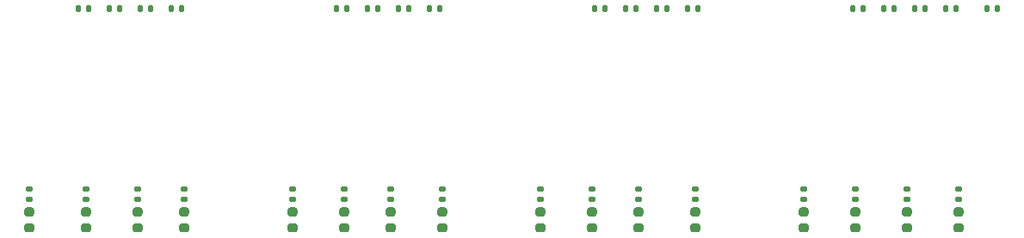
<source format=gbr>
G04 #@! TF.GenerationSoftware,KiCad,Pcbnew,(5.1.10)-1*
G04 #@! TF.CreationDate,2021-09-15T13:26:17-07:00*
G04 #@! TF.ProjectId,Adapter,41646170-7465-4722-9e6b-696361645f70,rev?*
G04 #@! TF.SameCoordinates,Original*
G04 #@! TF.FileFunction,Paste,Top*
G04 #@! TF.FilePolarity,Positive*
%FSLAX46Y46*%
G04 Gerber Fmt 4.6, Leading zero omitted, Abs format (unit mm)*
G04 Created by KiCad (PCBNEW (5.1.10)-1) date 2021-09-15 13:26:17*
%MOMM*%
%LPD*%
G01*
G04 APERTURE LIST*
G04 APERTURE END LIST*
G36*
G01*
X61978250Y-88601000D02*
X61465750Y-88601000D01*
G75*
G02*
X61247000Y-88382250I0J218750D01*
G01*
X61247000Y-87944750D01*
G75*
G02*
X61465750Y-87726000I218750J0D01*
G01*
X61978250Y-87726000D01*
G75*
G02*
X62197000Y-87944750I0J-218750D01*
G01*
X62197000Y-88382250D01*
G75*
G02*
X61978250Y-88601000I-218750J0D01*
G01*
G37*
G36*
G01*
X61978250Y-87026000D02*
X61465750Y-87026000D01*
G75*
G02*
X61247000Y-86807250I0J218750D01*
G01*
X61247000Y-86369750D01*
G75*
G02*
X61465750Y-86151000I218750J0D01*
G01*
X61978250Y-86151000D01*
G75*
G02*
X62197000Y-86369750I0J-218750D01*
G01*
X62197000Y-86807250D01*
G75*
G02*
X61978250Y-87026000I-218750J0D01*
G01*
G37*
G36*
G01*
X87886250Y-88601000D02*
X87373750Y-88601000D01*
G75*
G02*
X87155000Y-88382250I0J218750D01*
G01*
X87155000Y-87944750D01*
G75*
G02*
X87373750Y-87726000I218750J0D01*
G01*
X87886250Y-87726000D01*
G75*
G02*
X88105000Y-87944750I0J-218750D01*
G01*
X88105000Y-88382250D01*
G75*
G02*
X87886250Y-88601000I-218750J0D01*
G01*
G37*
G36*
G01*
X87886250Y-87026000D02*
X87373750Y-87026000D01*
G75*
G02*
X87155000Y-86807250I0J218750D01*
G01*
X87155000Y-86369750D01*
G75*
G02*
X87373750Y-86151000I218750J0D01*
G01*
X87886250Y-86151000D01*
G75*
G02*
X88105000Y-86369750I0J-218750D01*
G01*
X88105000Y-86807250D01*
G75*
G02*
X87886250Y-87026000I-218750J0D01*
G01*
G37*
G36*
G01*
X112270250Y-87026000D02*
X111757750Y-87026000D01*
G75*
G02*
X111539000Y-86807250I0J218750D01*
G01*
X111539000Y-86369750D01*
G75*
G02*
X111757750Y-86151000I218750J0D01*
G01*
X112270250Y-86151000D01*
G75*
G02*
X112489000Y-86369750I0J-218750D01*
G01*
X112489000Y-86807250D01*
G75*
G02*
X112270250Y-87026000I-218750J0D01*
G01*
G37*
G36*
G01*
X112270250Y-88601000D02*
X111757750Y-88601000D01*
G75*
G02*
X111539000Y-88382250I0J218750D01*
G01*
X111539000Y-87944750D01*
G75*
G02*
X111757750Y-87726000I218750J0D01*
G01*
X112270250Y-87726000D01*
G75*
G02*
X112489000Y-87944750I0J-218750D01*
G01*
X112489000Y-88382250D01*
G75*
G02*
X112270250Y-88601000I-218750J0D01*
G01*
G37*
G36*
G01*
X138178250Y-87026000D02*
X137665750Y-87026000D01*
G75*
G02*
X137447000Y-86807250I0J218750D01*
G01*
X137447000Y-86369750D01*
G75*
G02*
X137665750Y-86151000I218750J0D01*
G01*
X138178250Y-86151000D01*
G75*
G02*
X138397000Y-86369750I0J-218750D01*
G01*
X138397000Y-86807250D01*
G75*
G02*
X138178250Y-87026000I-218750J0D01*
G01*
G37*
G36*
G01*
X138178250Y-88601000D02*
X137665750Y-88601000D01*
G75*
G02*
X137447000Y-88382250I0J218750D01*
G01*
X137447000Y-87944750D01*
G75*
G02*
X137665750Y-87726000I218750J0D01*
G01*
X138178250Y-87726000D01*
G75*
G02*
X138397000Y-87944750I0J-218750D01*
G01*
X138397000Y-88382250D01*
G75*
G02*
X138178250Y-88601000I-218750J0D01*
G01*
G37*
G36*
G01*
X67566250Y-88601000D02*
X67053750Y-88601000D01*
G75*
G02*
X66835000Y-88382250I0J218750D01*
G01*
X66835000Y-87944750D01*
G75*
G02*
X67053750Y-87726000I218750J0D01*
G01*
X67566250Y-87726000D01*
G75*
G02*
X67785000Y-87944750I0J-218750D01*
G01*
X67785000Y-88382250D01*
G75*
G02*
X67566250Y-88601000I-218750J0D01*
G01*
G37*
G36*
G01*
X67566250Y-87026000D02*
X67053750Y-87026000D01*
G75*
G02*
X66835000Y-86807250I0J218750D01*
G01*
X66835000Y-86369750D01*
G75*
G02*
X67053750Y-86151000I218750J0D01*
G01*
X67566250Y-86151000D01*
G75*
G02*
X67785000Y-86369750I0J-218750D01*
G01*
X67785000Y-86807250D01*
G75*
G02*
X67566250Y-87026000I-218750J0D01*
G01*
G37*
G36*
G01*
X92966250Y-88601000D02*
X92453750Y-88601000D01*
G75*
G02*
X92235000Y-88382250I0J218750D01*
G01*
X92235000Y-87944750D01*
G75*
G02*
X92453750Y-87726000I218750J0D01*
G01*
X92966250Y-87726000D01*
G75*
G02*
X93185000Y-87944750I0J-218750D01*
G01*
X93185000Y-88382250D01*
G75*
G02*
X92966250Y-88601000I-218750J0D01*
G01*
G37*
G36*
G01*
X92966250Y-87026000D02*
X92453750Y-87026000D01*
G75*
G02*
X92235000Y-86807250I0J218750D01*
G01*
X92235000Y-86369750D01*
G75*
G02*
X92453750Y-86151000I218750J0D01*
G01*
X92966250Y-86151000D01*
G75*
G02*
X93185000Y-86369750I0J-218750D01*
G01*
X93185000Y-86807250D01*
G75*
G02*
X92966250Y-87026000I-218750J0D01*
G01*
G37*
G36*
G01*
X117350250Y-88601000D02*
X116837750Y-88601000D01*
G75*
G02*
X116619000Y-88382250I0J218750D01*
G01*
X116619000Y-87944750D01*
G75*
G02*
X116837750Y-87726000I218750J0D01*
G01*
X117350250Y-87726000D01*
G75*
G02*
X117569000Y-87944750I0J-218750D01*
G01*
X117569000Y-88382250D01*
G75*
G02*
X117350250Y-88601000I-218750J0D01*
G01*
G37*
G36*
G01*
X117350250Y-87026000D02*
X116837750Y-87026000D01*
G75*
G02*
X116619000Y-86807250I0J218750D01*
G01*
X116619000Y-86369750D01*
G75*
G02*
X116837750Y-86151000I218750J0D01*
G01*
X117350250Y-86151000D01*
G75*
G02*
X117569000Y-86369750I0J-218750D01*
G01*
X117569000Y-86807250D01*
G75*
G02*
X117350250Y-87026000I-218750J0D01*
G01*
G37*
G36*
G01*
X143258250Y-88601000D02*
X142745750Y-88601000D01*
G75*
G02*
X142527000Y-88382250I0J218750D01*
G01*
X142527000Y-87944750D01*
G75*
G02*
X142745750Y-87726000I218750J0D01*
G01*
X143258250Y-87726000D01*
G75*
G02*
X143477000Y-87944750I0J-218750D01*
G01*
X143477000Y-88382250D01*
G75*
G02*
X143258250Y-88601000I-218750J0D01*
G01*
G37*
G36*
G01*
X143258250Y-87026000D02*
X142745750Y-87026000D01*
G75*
G02*
X142527000Y-86807250I0J218750D01*
G01*
X142527000Y-86369750D01*
G75*
G02*
X142745750Y-86151000I218750J0D01*
G01*
X143258250Y-86151000D01*
G75*
G02*
X143477000Y-86369750I0J-218750D01*
G01*
X143477000Y-86807250D01*
G75*
G02*
X143258250Y-87026000I-218750J0D01*
G01*
G37*
G36*
G01*
X72646250Y-87026000D02*
X72133750Y-87026000D01*
G75*
G02*
X71915000Y-86807250I0J218750D01*
G01*
X71915000Y-86369750D01*
G75*
G02*
X72133750Y-86151000I218750J0D01*
G01*
X72646250Y-86151000D01*
G75*
G02*
X72865000Y-86369750I0J-218750D01*
G01*
X72865000Y-86807250D01*
G75*
G02*
X72646250Y-87026000I-218750J0D01*
G01*
G37*
G36*
G01*
X72646250Y-88601000D02*
X72133750Y-88601000D01*
G75*
G02*
X71915000Y-88382250I0J218750D01*
G01*
X71915000Y-87944750D01*
G75*
G02*
X72133750Y-87726000I218750J0D01*
G01*
X72646250Y-87726000D01*
G75*
G02*
X72865000Y-87944750I0J-218750D01*
G01*
X72865000Y-88382250D01*
G75*
G02*
X72646250Y-88601000I-218750J0D01*
G01*
G37*
G36*
G01*
X97538250Y-87026000D02*
X97025750Y-87026000D01*
G75*
G02*
X96807000Y-86807250I0J218750D01*
G01*
X96807000Y-86369750D01*
G75*
G02*
X97025750Y-86151000I218750J0D01*
G01*
X97538250Y-86151000D01*
G75*
G02*
X97757000Y-86369750I0J-218750D01*
G01*
X97757000Y-86807250D01*
G75*
G02*
X97538250Y-87026000I-218750J0D01*
G01*
G37*
G36*
G01*
X97538250Y-88601000D02*
X97025750Y-88601000D01*
G75*
G02*
X96807000Y-88382250I0J218750D01*
G01*
X96807000Y-87944750D01*
G75*
G02*
X97025750Y-87726000I218750J0D01*
G01*
X97538250Y-87726000D01*
G75*
G02*
X97757000Y-87944750I0J-218750D01*
G01*
X97757000Y-88382250D01*
G75*
G02*
X97538250Y-88601000I-218750J0D01*
G01*
G37*
G36*
G01*
X121922250Y-88601000D02*
X121409750Y-88601000D01*
G75*
G02*
X121191000Y-88382250I0J218750D01*
G01*
X121191000Y-87944750D01*
G75*
G02*
X121409750Y-87726000I218750J0D01*
G01*
X121922250Y-87726000D01*
G75*
G02*
X122141000Y-87944750I0J-218750D01*
G01*
X122141000Y-88382250D01*
G75*
G02*
X121922250Y-88601000I-218750J0D01*
G01*
G37*
G36*
G01*
X121922250Y-87026000D02*
X121409750Y-87026000D01*
G75*
G02*
X121191000Y-86807250I0J218750D01*
G01*
X121191000Y-86369750D01*
G75*
G02*
X121409750Y-86151000I218750J0D01*
G01*
X121922250Y-86151000D01*
G75*
G02*
X122141000Y-86369750I0J-218750D01*
G01*
X122141000Y-86807250D01*
G75*
G02*
X121922250Y-87026000I-218750J0D01*
G01*
G37*
G36*
G01*
X148338250Y-87026000D02*
X147825750Y-87026000D01*
G75*
G02*
X147607000Y-86807250I0J218750D01*
G01*
X147607000Y-86369750D01*
G75*
G02*
X147825750Y-86151000I218750J0D01*
G01*
X148338250Y-86151000D01*
G75*
G02*
X148557000Y-86369750I0J-218750D01*
G01*
X148557000Y-86807250D01*
G75*
G02*
X148338250Y-87026000I-218750J0D01*
G01*
G37*
G36*
G01*
X148338250Y-88601000D02*
X147825750Y-88601000D01*
G75*
G02*
X147607000Y-88382250I0J218750D01*
G01*
X147607000Y-87944750D01*
G75*
G02*
X147825750Y-87726000I218750J0D01*
G01*
X148338250Y-87726000D01*
G75*
G02*
X148557000Y-87944750I0J-218750D01*
G01*
X148557000Y-88382250D01*
G75*
G02*
X148338250Y-88601000I-218750J0D01*
G01*
G37*
G36*
G01*
X77218250Y-87026000D02*
X76705750Y-87026000D01*
G75*
G02*
X76487000Y-86807250I0J218750D01*
G01*
X76487000Y-86369750D01*
G75*
G02*
X76705750Y-86151000I218750J0D01*
G01*
X77218250Y-86151000D01*
G75*
G02*
X77437000Y-86369750I0J-218750D01*
G01*
X77437000Y-86807250D01*
G75*
G02*
X77218250Y-87026000I-218750J0D01*
G01*
G37*
G36*
G01*
X77218250Y-88601000D02*
X76705750Y-88601000D01*
G75*
G02*
X76487000Y-88382250I0J218750D01*
G01*
X76487000Y-87944750D01*
G75*
G02*
X76705750Y-87726000I218750J0D01*
G01*
X77218250Y-87726000D01*
G75*
G02*
X77437000Y-87944750I0J-218750D01*
G01*
X77437000Y-88382250D01*
G75*
G02*
X77218250Y-88601000I-218750J0D01*
G01*
G37*
G36*
G01*
X102618250Y-87026000D02*
X102105750Y-87026000D01*
G75*
G02*
X101887000Y-86807250I0J218750D01*
G01*
X101887000Y-86369750D01*
G75*
G02*
X102105750Y-86151000I218750J0D01*
G01*
X102618250Y-86151000D01*
G75*
G02*
X102837000Y-86369750I0J-218750D01*
G01*
X102837000Y-86807250D01*
G75*
G02*
X102618250Y-87026000I-218750J0D01*
G01*
G37*
G36*
G01*
X102618250Y-88601000D02*
X102105750Y-88601000D01*
G75*
G02*
X101887000Y-88382250I0J218750D01*
G01*
X101887000Y-87944750D01*
G75*
G02*
X102105750Y-87726000I218750J0D01*
G01*
X102618250Y-87726000D01*
G75*
G02*
X102837000Y-87944750I0J-218750D01*
G01*
X102837000Y-88382250D01*
G75*
G02*
X102618250Y-88601000I-218750J0D01*
G01*
G37*
G36*
G01*
X127510250Y-87026000D02*
X126997750Y-87026000D01*
G75*
G02*
X126779000Y-86807250I0J218750D01*
G01*
X126779000Y-86369750D01*
G75*
G02*
X126997750Y-86151000I218750J0D01*
G01*
X127510250Y-86151000D01*
G75*
G02*
X127729000Y-86369750I0J-218750D01*
G01*
X127729000Y-86807250D01*
G75*
G02*
X127510250Y-87026000I-218750J0D01*
G01*
G37*
G36*
G01*
X127510250Y-88601000D02*
X126997750Y-88601000D01*
G75*
G02*
X126779000Y-88382250I0J218750D01*
G01*
X126779000Y-87944750D01*
G75*
G02*
X126997750Y-87726000I218750J0D01*
G01*
X127510250Y-87726000D01*
G75*
G02*
X127729000Y-87944750I0J-218750D01*
G01*
X127729000Y-88382250D01*
G75*
G02*
X127510250Y-88601000I-218750J0D01*
G01*
G37*
G36*
G01*
X153418250Y-88601000D02*
X152905750Y-88601000D01*
G75*
G02*
X152687000Y-88382250I0J218750D01*
G01*
X152687000Y-87944750D01*
G75*
G02*
X152905750Y-87726000I218750J0D01*
G01*
X153418250Y-87726000D01*
G75*
G02*
X153637000Y-87944750I0J-218750D01*
G01*
X153637000Y-88382250D01*
G75*
G02*
X153418250Y-88601000I-218750J0D01*
G01*
G37*
G36*
G01*
X153418250Y-87026000D02*
X152905750Y-87026000D01*
G75*
G02*
X152687000Y-86807250I0J218750D01*
G01*
X152687000Y-86369750D01*
G75*
G02*
X152905750Y-86151000I218750J0D01*
G01*
X153418250Y-86151000D01*
G75*
G02*
X153637000Y-86369750I0J-218750D01*
G01*
X153637000Y-86807250D01*
G75*
G02*
X153418250Y-87026000I-218750J0D01*
G01*
G37*
G36*
G01*
X61907000Y-85616000D02*
X61537000Y-85616000D01*
G75*
G02*
X61402000Y-85481000I0J135000D01*
G01*
X61402000Y-85211000D01*
G75*
G02*
X61537000Y-85076000I135000J0D01*
G01*
X61907000Y-85076000D01*
G75*
G02*
X62042000Y-85211000I0J-135000D01*
G01*
X62042000Y-85481000D01*
G75*
G02*
X61907000Y-85616000I-135000J0D01*
G01*
G37*
G36*
G01*
X61907000Y-84596000D02*
X61537000Y-84596000D01*
G75*
G02*
X61402000Y-84461000I0J135000D01*
G01*
X61402000Y-84191000D01*
G75*
G02*
X61537000Y-84056000I135000J0D01*
G01*
X61907000Y-84056000D01*
G75*
G02*
X62042000Y-84191000I0J-135000D01*
G01*
X62042000Y-84461000D01*
G75*
G02*
X61907000Y-84596000I-135000J0D01*
G01*
G37*
G36*
G01*
X87815000Y-85616000D02*
X87445000Y-85616000D01*
G75*
G02*
X87310000Y-85481000I0J135000D01*
G01*
X87310000Y-85211000D01*
G75*
G02*
X87445000Y-85076000I135000J0D01*
G01*
X87815000Y-85076000D01*
G75*
G02*
X87950000Y-85211000I0J-135000D01*
G01*
X87950000Y-85481000D01*
G75*
G02*
X87815000Y-85616000I-135000J0D01*
G01*
G37*
G36*
G01*
X87815000Y-84596000D02*
X87445000Y-84596000D01*
G75*
G02*
X87310000Y-84461000I0J135000D01*
G01*
X87310000Y-84191000D01*
G75*
G02*
X87445000Y-84056000I135000J0D01*
G01*
X87815000Y-84056000D01*
G75*
G02*
X87950000Y-84191000I0J-135000D01*
G01*
X87950000Y-84461000D01*
G75*
G02*
X87815000Y-84596000I-135000J0D01*
G01*
G37*
G36*
G01*
X112199000Y-84596000D02*
X111829000Y-84596000D01*
G75*
G02*
X111694000Y-84461000I0J135000D01*
G01*
X111694000Y-84191000D01*
G75*
G02*
X111829000Y-84056000I135000J0D01*
G01*
X112199000Y-84056000D01*
G75*
G02*
X112334000Y-84191000I0J-135000D01*
G01*
X112334000Y-84461000D01*
G75*
G02*
X112199000Y-84596000I-135000J0D01*
G01*
G37*
G36*
G01*
X112199000Y-85616000D02*
X111829000Y-85616000D01*
G75*
G02*
X111694000Y-85481000I0J135000D01*
G01*
X111694000Y-85211000D01*
G75*
G02*
X111829000Y-85076000I135000J0D01*
G01*
X112199000Y-85076000D01*
G75*
G02*
X112334000Y-85211000I0J-135000D01*
G01*
X112334000Y-85481000D01*
G75*
G02*
X112199000Y-85616000I-135000J0D01*
G01*
G37*
G36*
G01*
X138107000Y-84596000D02*
X137737000Y-84596000D01*
G75*
G02*
X137602000Y-84461000I0J135000D01*
G01*
X137602000Y-84191000D01*
G75*
G02*
X137737000Y-84056000I135000J0D01*
G01*
X138107000Y-84056000D01*
G75*
G02*
X138242000Y-84191000I0J-135000D01*
G01*
X138242000Y-84461000D01*
G75*
G02*
X138107000Y-84596000I-135000J0D01*
G01*
G37*
G36*
G01*
X138107000Y-85616000D02*
X137737000Y-85616000D01*
G75*
G02*
X137602000Y-85481000I0J135000D01*
G01*
X137602000Y-85211000D01*
G75*
G02*
X137737000Y-85076000I135000J0D01*
G01*
X138107000Y-85076000D01*
G75*
G02*
X138242000Y-85211000I0J-135000D01*
G01*
X138242000Y-85481000D01*
G75*
G02*
X138107000Y-85616000I-135000J0D01*
G01*
G37*
G36*
G01*
X67495000Y-84596000D02*
X67125000Y-84596000D01*
G75*
G02*
X66990000Y-84461000I0J135000D01*
G01*
X66990000Y-84191000D01*
G75*
G02*
X67125000Y-84056000I135000J0D01*
G01*
X67495000Y-84056000D01*
G75*
G02*
X67630000Y-84191000I0J-135000D01*
G01*
X67630000Y-84461000D01*
G75*
G02*
X67495000Y-84596000I-135000J0D01*
G01*
G37*
G36*
G01*
X67495000Y-85616000D02*
X67125000Y-85616000D01*
G75*
G02*
X66990000Y-85481000I0J135000D01*
G01*
X66990000Y-85211000D01*
G75*
G02*
X67125000Y-85076000I135000J0D01*
G01*
X67495000Y-85076000D01*
G75*
G02*
X67630000Y-85211000I0J-135000D01*
G01*
X67630000Y-85481000D01*
G75*
G02*
X67495000Y-85616000I-135000J0D01*
G01*
G37*
G36*
G01*
X92895000Y-84596000D02*
X92525000Y-84596000D01*
G75*
G02*
X92390000Y-84461000I0J135000D01*
G01*
X92390000Y-84191000D01*
G75*
G02*
X92525000Y-84056000I135000J0D01*
G01*
X92895000Y-84056000D01*
G75*
G02*
X93030000Y-84191000I0J-135000D01*
G01*
X93030000Y-84461000D01*
G75*
G02*
X92895000Y-84596000I-135000J0D01*
G01*
G37*
G36*
G01*
X92895000Y-85616000D02*
X92525000Y-85616000D01*
G75*
G02*
X92390000Y-85481000I0J135000D01*
G01*
X92390000Y-85211000D01*
G75*
G02*
X92525000Y-85076000I135000J0D01*
G01*
X92895000Y-85076000D01*
G75*
G02*
X93030000Y-85211000I0J-135000D01*
G01*
X93030000Y-85481000D01*
G75*
G02*
X92895000Y-85616000I-135000J0D01*
G01*
G37*
G36*
G01*
X117279000Y-85616000D02*
X116909000Y-85616000D01*
G75*
G02*
X116774000Y-85481000I0J135000D01*
G01*
X116774000Y-85211000D01*
G75*
G02*
X116909000Y-85076000I135000J0D01*
G01*
X117279000Y-85076000D01*
G75*
G02*
X117414000Y-85211000I0J-135000D01*
G01*
X117414000Y-85481000D01*
G75*
G02*
X117279000Y-85616000I-135000J0D01*
G01*
G37*
G36*
G01*
X117279000Y-84596000D02*
X116909000Y-84596000D01*
G75*
G02*
X116774000Y-84461000I0J135000D01*
G01*
X116774000Y-84191000D01*
G75*
G02*
X116909000Y-84056000I135000J0D01*
G01*
X117279000Y-84056000D01*
G75*
G02*
X117414000Y-84191000I0J-135000D01*
G01*
X117414000Y-84461000D01*
G75*
G02*
X117279000Y-84596000I-135000J0D01*
G01*
G37*
G36*
G01*
X143187000Y-85616000D02*
X142817000Y-85616000D01*
G75*
G02*
X142682000Y-85481000I0J135000D01*
G01*
X142682000Y-85211000D01*
G75*
G02*
X142817000Y-85076000I135000J0D01*
G01*
X143187000Y-85076000D01*
G75*
G02*
X143322000Y-85211000I0J-135000D01*
G01*
X143322000Y-85481000D01*
G75*
G02*
X143187000Y-85616000I-135000J0D01*
G01*
G37*
G36*
G01*
X143187000Y-84596000D02*
X142817000Y-84596000D01*
G75*
G02*
X142682000Y-84461000I0J135000D01*
G01*
X142682000Y-84191000D01*
G75*
G02*
X142817000Y-84056000I135000J0D01*
G01*
X143187000Y-84056000D01*
G75*
G02*
X143322000Y-84191000I0J-135000D01*
G01*
X143322000Y-84461000D01*
G75*
G02*
X143187000Y-84596000I-135000J0D01*
G01*
G37*
G36*
G01*
X72575000Y-85616000D02*
X72205000Y-85616000D01*
G75*
G02*
X72070000Y-85481000I0J135000D01*
G01*
X72070000Y-85211000D01*
G75*
G02*
X72205000Y-85076000I135000J0D01*
G01*
X72575000Y-85076000D01*
G75*
G02*
X72710000Y-85211000I0J-135000D01*
G01*
X72710000Y-85481000D01*
G75*
G02*
X72575000Y-85616000I-135000J0D01*
G01*
G37*
G36*
G01*
X72575000Y-84596000D02*
X72205000Y-84596000D01*
G75*
G02*
X72070000Y-84461000I0J135000D01*
G01*
X72070000Y-84191000D01*
G75*
G02*
X72205000Y-84056000I135000J0D01*
G01*
X72575000Y-84056000D01*
G75*
G02*
X72710000Y-84191000I0J-135000D01*
G01*
X72710000Y-84461000D01*
G75*
G02*
X72575000Y-84596000I-135000J0D01*
G01*
G37*
G36*
G01*
X97467000Y-85616000D02*
X97097000Y-85616000D01*
G75*
G02*
X96962000Y-85481000I0J135000D01*
G01*
X96962000Y-85211000D01*
G75*
G02*
X97097000Y-85076000I135000J0D01*
G01*
X97467000Y-85076000D01*
G75*
G02*
X97602000Y-85211000I0J-135000D01*
G01*
X97602000Y-85481000D01*
G75*
G02*
X97467000Y-85616000I-135000J0D01*
G01*
G37*
G36*
G01*
X97467000Y-84596000D02*
X97097000Y-84596000D01*
G75*
G02*
X96962000Y-84461000I0J135000D01*
G01*
X96962000Y-84191000D01*
G75*
G02*
X97097000Y-84056000I135000J0D01*
G01*
X97467000Y-84056000D01*
G75*
G02*
X97602000Y-84191000I0J-135000D01*
G01*
X97602000Y-84461000D01*
G75*
G02*
X97467000Y-84596000I-135000J0D01*
G01*
G37*
G36*
G01*
X121851000Y-84596000D02*
X121481000Y-84596000D01*
G75*
G02*
X121346000Y-84461000I0J135000D01*
G01*
X121346000Y-84191000D01*
G75*
G02*
X121481000Y-84056000I135000J0D01*
G01*
X121851000Y-84056000D01*
G75*
G02*
X121986000Y-84191000I0J-135000D01*
G01*
X121986000Y-84461000D01*
G75*
G02*
X121851000Y-84596000I-135000J0D01*
G01*
G37*
G36*
G01*
X121851000Y-85616000D02*
X121481000Y-85616000D01*
G75*
G02*
X121346000Y-85481000I0J135000D01*
G01*
X121346000Y-85211000D01*
G75*
G02*
X121481000Y-85076000I135000J0D01*
G01*
X121851000Y-85076000D01*
G75*
G02*
X121986000Y-85211000I0J-135000D01*
G01*
X121986000Y-85481000D01*
G75*
G02*
X121851000Y-85616000I-135000J0D01*
G01*
G37*
G36*
G01*
X148267000Y-84596000D02*
X147897000Y-84596000D01*
G75*
G02*
X147762000Y-84461000I0J135000D01*
G01*
X147762000Y-84191000D01*
G75*
G02*
X147897000Y-84056000I135000J0D01*
G01*
X148267000Y-84056000D01*
G75*
G02*
X148402000Y-84191000I0J-135000D01*
G01*
X148402000Y-84461000D01*
G75*
G02*
X148267000Y-84596000I-135000J0D01*
G01*
G37*
G36*
G01*
X148267000Y-85616000D02*
X147897000Y-85616000D01*
G75*
G02*
X147762000Y-85481000I0J135000D01*
G01*
X147762000Y-85211000D01*
G75*
G02*
X147897000Y-85076000I135000J0D01*
G01*
X148267000Y-85076000D01*
G75*
G02*
X148402000Y-85211000I0J-135000D01*
G01*
X148402000Y-85481000D01*
G75*
G02*
X148267000Y-85616000I-135000J0D01*
G01*
G37*
G36*
G01*
X77147000Y-84596000D02*
X76777000Y-84596000D01*
G75*
G02*
X76642000Y-84461000I0J135000D01*
G01*
X76642000Y-84191000D01*
G75*
G02*
X76777000Y-84056000I135000J0D01*
G01*
X77147000Y-84056000D01*
G75*
G02*
X77282000Y-84191000I0J-135000D01*
G01*
X77282000Y-84461000D01*
G75*
G02*
X77147000Y-84596000I-135000J0D01*
G01*
G37*
G36*
G01*
X77147000Y-85616000D02*
X76777000Y-85616000D01*
G75*
G02*
X76642000Y-85481000I0J135000D01*
G01*
X76642000Y-85211000D01*
G75*
G02*
X76777000Y-85076000I135000J0D01*
G01*
X77147000Y-85076000D01*
G75*
G02*
X77282000Y-85211000I0J-135000D01*
G01*
X77282000Y-85481000D01*
G75*
G02*
X77147000Y-85616000I-135000J0D01*
G01*
G37*
G36*
G01*
X102547000Y-84596000D02*
X102177000Y-84596000D01*
G75*
G02*
X102042000Y-84461000I0J135000D01*
G01*
X102042000Y-84191000D01*
G75*
G02*
X102177000Y-84056000I135000J0D01*
G01*
X102547000Y-84056000D01*
G75*
G02*
X102682000Y-84191000I0J-135000D01*
G01*
X102682000Y-84461000D01*
G75*
G02*
X102547000Y-84596000I-135000J0D01*
G01*
G37*
G36*
G01*
X102547000Y-85616000D02*
X102177000Y-85616000D01*
G75*
G02*
X102042000Y-85481000I0J135000D01*
G01*
X102042000Y-85211000D01*
G75*
G02*
X102177000Y-85076000I135000J0D01*
G01*
X102547000Y-85076000D01*
G75*
G02*
X102682000Y-85211000I0J-135000D01*
G01*
X102682000Y-85481000D01*
G75*
G02*
X102547000Y-85616000I-135000J0D01*
G01*
G37*
G36*
G01*
X127439000Y-85616000D02*
X127069000Y-85616000D01*
G75*
G02*
X126934000Y-85481000I0J135000D01*
G01*
X126934000Y-85211000D01*
G75*
G02*
X127069000Y-85076000I135000J0D01*
G01*
X127439000Y-85076000D01*
G75*
G02*
X127574000Y-85211000I0J-135000D01*
G01*
X127574000Y-85481000D01*
G75*
G02*
X127439000Y-85616000I-135000J0D01*
G01*
G37*
G36*
G01*
X127439000Y-84596000D02*
X127069000Y-84596000D01*
G75*
G02*
X126934000Y-84461000I0J135000D01*
G01*
X126934000Y-84191000D01*
G75*
G02*
X127069000Y-84056000I135000J0D01*
G01*
X127439000Y-84056000D01*
G75*
G02*
X127574000Y-84191000I0J-135000D01*
G01*
X127574000Y-84461000D01*
G75*
G02*
X127439000Y-84596000I-135000J0D01*
G01*
G37*
G36*
G01*
X153347000Y-85616000D02*
X152977000Y-85616000D01*
G75*
G02*
X152842000Y-85481000I0J135000D01*
G01*
X152842000Y-85211000D01*
G75*
G02*
X152977000Y-85076000I135000J0D01*
G01*
X153347000Y-85076000D01*
G75*
G02*
X153482000Y-85211000I0J-135000D01*
G01*
X153482000Y-85481000D01*
G75*
G02*
X153347000Y-85616000I-135000J0D01*
G01*
G37*
G36*
G01*
X153347000Y-84596000D02*
X152977000Y-84596000D01*
G75*
G02*
X152842000Y-84461000I0J135000D01*
G01*
X152842000Y-84191000D01*
G75*
G02*
X152977000Y-84056000I135000J0D01*
G01*
X153347000Y-84056000D01*
G75*
G02*
X153482000Y-84191000I0J-135000D01*
G01*
X153482000Y-84461000D01*
G75*
G02*
X153347000Y-84596000I-135000J0D01*
G01*
G37*
G36*
G01*
X66276000Y-66733000D02*
X66276000Y-66363000D01*
G75*
G02*
X66411000Y-66228000I135000J0D01*
G01*
X66681000Y-66228000D01*
G75*
G02*
X66816000Y-66363000I0J-135000D01*
G01*
X66816000Y-66733000D01*
G75*
G02*
X66681000Y-66868000I-135000J0D01*
G01*
X66411000Y-66868000D01*
G75*
G02*
X66276000Y-66733000I0J135000D01*
G01*
G37*
G36*
G01*
X67296000Y-66733000D02*
X67296000Y-66363000D01*
G75*
G02*
X67431000Y-66228000I135000J0D01*
G01*
X67701000Y-66228000D01*
G75*
G02*
X67836000Y-66363000I0J-135000D01*
G01*
X67836000Y-66733000D01*
G75*
G02*
X67701000Y-66868000I-135000J0D01*
G01*
X67431000Y-66868000D01*
G75*
G02*
X67296000Y-66733000I0J135000D01*
G01*
G37*
G36*
G01*
X69324000Y-66733000D02*
X69324000Y-66363000D01*
G75*
G02*
X69459000Y-66228000I135000J0D01*
G01*
X69729000Y-66228000D01*
G75*
G02*
X69864000Y-66363000I0J-135000D01*
G01*
X69864000Y-66733000D01*
G75*
G02*
X69729000Y-66868000I-135000J0D01*
G01*
X69459000Y-66868000D01*
G75*
G02*
X69324000Y-66733000I0J135000D01*
G01*
G37*
G36*
G01*
X70344000Y-66733000D02*
X70344000Y-66363000D01*
G75*
G02*
X70479000Y-66228000I135000J0D01*
G01*
X70749000Y-66228000D01*
G75*
G02*
X70884000Y-66363000I0J-135000D01*
G01*
X70884000Y-66733000D01*
G75*
G02*
X70749000Y-66868000I-135000J0D01*
G01*
X70479000Y-66868000D01*
G75*
G02*
X70344000Y-66733000I0J135000D01*
G01*
G37*
G36*
G01*
X73392000Y-66733000D02*
X73392000Y-66363000D01*
G75*
G02*
X73527000Y-66228000I135000J0D01*
G01*
X73797000Y-66228000D01*
G75*
G02*
X73932000Y-66363000I0J-135000D01*
G01*
X73932000Y-66733000D01*
G75*
G02*
X73797000Y-66868000I-135000J0D01*
G01*
X73527000Y-66868000D01*
G75*
G02*
X73392000Y-66733000I0J135000D01*
G01*
G37*
G36*
G01*
X72372000Y-66733000D02*
X72372000Y-66363000D01*
G75*
G02*
X72507000Y-66228000I135000J0D01*
G01*
X72777000Y-66228000D01*
G75*
G02*
X72912000Y-66363000I0J-135000D01*
G01*
X72912000Y-66733000D01*
G75*
G02*
X72777000Y-66868000I-135000J0D01*
G01*
X72507000Y-66868000D01*
G75*
G02*
X72372000Y-66733000I0J135000D01*
G01*
G37*
G36*
G01*
X75420000Y-66733000D02*
X75420000Y-66363000D01*
G75*
G02*
X75555000Y-66228000I135000J0D01*
G01*
X75825000Y-66228000D01*
G75*
G02*
X75960000Y-66363000I0J-135000D01*
G01*
X75960000Y-66733000D01*
G75*
G02*
X75825000Y-66868000I-135000J0D01*
G01*
X75555000Y-66868000D01*
G75*
G02*
X75420000Y-66733000I0J135000D01*
G01*
G37*
G36*
G01*
X76440000Y-66733000D02*
X76440000Y-66363000D01*
G75*
G02*
X76575000Y-66228000I135000J0D01*
G01*
X76845000Y-66228000D01*
G75*
G02*
X76980000Y-66363000I0J-135000D01*
G01*
X76980000Y-66733000D01*
G75*
G02*
X76845000Y-66868000I-135000J0D01*
G01*
X76575000Y-66868000D01*
G75*
G02*
X76440000Y-66733000I0J135000D01*
G01*
G37*
G36*
G01*
X91676000Y-66733000D02*
X91676000Y-66363000D01*
G75*
G02*
X91811000Y-66228000I135000J0D01*
G01*
X92081000Y-66228000D01*
G75*
G02*
X92216000Y-66363000I0J-135000D01*
G01*
X92216000Y-66733000D01*
G75*
G02*
X92081000Y-66868000I-135000J0D01*
G01*
X91811000Y-66868000D01*
G75*
G02*
X91676000Y-66733000I0J135000D01*
G01*
G37*
G36*
G01*
X92696000Y-66733000D02*
X92696000Y-66363000D01*
G75*
G02*
X92831000Y-66228000I135000J0D01*
G01*
X93101000Y-66228000D01*
G75*
G02*
X93236000Y-66363000I0J-135000D01*
G01*
X93236000Y-66733000D01*
G75*
G02*
X93101000Y-66868000I-135000J0D01*
G01*
X92831000Y-66868000D01*
G75*
G02*
X92696000Y-66733000I0J135000D01*
G01*
G37*
G36*
G01*
X94724000Y-66733000D02*
X94724000Y-66363000D01*
G75*
G02*
X94859000Y-66228000I135000J0D01*
G01*
X95129000Y-66228000D01*
G75*
G02*
X95264000Y-66363000I0J-135000D01*
G01*
X95264000Y-66733000D01*
G75*
G02*
X95129000Y-66868000I-135000J0D01*
G01*
X94859000Y-66868000D01*
G75*
G02*
X94724000Y-66733000I0J135000D01*
G01*
G37*
G36*
G01*
X95744000Y-66733000D02*
X95744000Y-66363000D01*
G75*
G02*
X95879000Y-66228000I135000J0D01*
G01*
X96149000Y-66228000D01*
G75*
G02*
X96284000Y-66363000I0J-135000D01*
G01*
X96284000Y-66733000D01*
G75*
G02*
X96149000Y-66868000I-135000J0D01*
G01*
X95879000Y-66868000D01*
G75*
G02*
X95744000Y-66733000I0J135000D01*
G01*
G37*
G36*
G01*
X98792000Y-66733000D02*
X98792000Y-66363000D01*
G75*
G02*
X98927000Y-66228000I135000J0D01*
G01*
X99197000Y-66228000D01*
G75*
G02*
X99332000Y-66363000I0J-135000D01*
G01*
X99332000Y-66733000D01*
G75*
G02*
X99197000Y-66868000I-135000J0D01*
G01*
X98927000Y-66868000D01*
G75*
G02*
X98792000Y-66733000I0J135000D01*
G01*
G37*
G36*
G01*
X97772000Y-66733000D02*
X97772000Y-66363000D01*
G75*
G02*
X97907000Y-66228000I135000J0D01*
G01*
X98177000Y-66228000D01*
G75*
G02*
X98312000Y-66363000I0J-135000D01*
G01*
X98312000Y-66733000D01*
G75*
G02*
X98177000Y-66868000I-135000J0D01*
G01*
X97907000Y-66868000D01*
G75*
G02*
X97772000Y-66733000I0J135000D01*
G01*
G37*
G36*
G01*
X100822000Y-66733000D02*
X100822000Y-66363000D01*
G75*
G02*
X100957000Y-66228000I135000J0D01*
G01*
X101227000Y-66228000D01*
G75*
G02*
X101362000Y-66363000I0J-135000D01*
G01*
X101362000Y-66733000D01*
G75*
G02*
X101227000Y-66868000I-135000J0D01*
G01*
X100957000Y-66868000D01*
G75*
G02*
X100822000Y-66733000I0J135000D01*
G01*
G37*
G36*
G01*
X101842000Y-66733000D02*
X101842000Y-66363000D01*
G75*
G02*
X101977000Y-66228000I135000J0D01*
G01*
X102247000Y-66228000D01*
G75*
G02*
X102382000Y-66363000I0J-135000D01*
G01*
X102382000Y-66733000D01*
G75*
G02*
X102247000Y-66868000I-135000J0D01*
G01*
X101977000Y-66868000D01*
G75*
G02*
X101842000Y-66733000I0J135000D01*
G01*
G37*
G36*
G01*
X118094000Y-66733000D02*
X118094000Y-66363000D01*
G75*
G02*
X118229000Y-66228000I135000J0D01*
G01*
X118499000Y-66228000D01*
G75*
G02*
X118634000Y-66363000I0J-135000D01*
G01*
X118634000Y-66733000D01*
G75*
G02*
X118499000Y-66868000I-135000J0D01*
G01*
X118229000Y-66868000D01*
G75*
G02*
X118094000Y-66733000I0J135000D01*
G01*
G37*
G36*
G01*
X117074000Y-66733000D02*
X117074000Y-66363000D01*
G75*
G02*
X117209000Y-66228000I135000J0D01*
G01*
X117479000Y-66228000D01*
G75*
G02*
X117614000Y-66363000I0J-135000D01*
G01*
X117614000Y-66733000D01*
G75*
G02*
X117479000Y-66868000I-135000J0D01*
G01*
X117209000Y-66868000D01*
G75*
G02*
X117074000Y-66733000I0J135000D01*
G01*
G37*
G36*
G01*
X121144000Y-66733000D02*
X121144000Y-66363000D01*
G75*
G02*
X121279000Y-66228000I135000J0D01*
G01*
X121549000Y-66228000D01*
G75*
G02*
X121684000Y-66363000I0J-135000D01*
G01*
X121684000Y-66733000D01*
G75*
G02*
X121549000Y-66868000I-135000J0D01*
G01*
X121279000Y-66868000D01*
G75*
G02*
X121144000Y-66733000I0J135000D01*
G01*
G37*
G36*
G01*
X120124000Y-66733000D02*
X120124000Y-66363000D01*
G75*
G02*
X120259000Y-66228000I135000J0D01*
G01*
X120529000Y-66228000D01*
G75*
G02*
X120664000Y-66363000I0J-135000D01*
G01*
X120664000Y-66733000D01*
G75*
G02*
X120529000Y-66868000I-135000J0D01*
G01*
X120259000Y-66868000D01*
G75*
G02*
X120124000Y-66733000I0J135000D01*
G01*
G37*
G36*
G01*
X124192000Y-66733000D02*
X124192000Y-66363000D01*
G75*
G02*
X124327000Y-66228000I135000J0D01*
G01*
X124597000Y-66228000D01*
G75*
G02*
X124732000Y-66363000I0J-135000D01*
G01*
X124732000Y-66733000D01*
G75*
G02*
X124597000Y-66868000I-135000J0D01*
G01*
X124327000Y-66868000D01*
G75*
G02*
X124192000Y-66733000I0J135000D01*
G01*
G37*
G36*
G01*
X123172000Y-66733000D02*
X123172000Y-66363000D01*
G75*
G02*
X123307000Y-66228000I135000J0D01*
G01*
X123577000Y-66228000D01*
G75*
G02*
X123712000Y-66363000I0J-135000D01*
G01*
X123712000Y-66733000D01*
G75*
G02*
X123577000Y-66868000I-135000J0D01*
G01*
X123307000Y-66868000D01*
G75*
G02*
X123172000Y-66733000I0J135000D01*
G01*
G37*
G36*
G01*
X127240000Y-66733000D02*
X127240000Y-66363000D01*
G75*
G02*
X127375000Y-66228000I135000J0D01*
G01*
X127645000Y-66228000D01*
G75*
G02*
X127780000Y-66363000I0J-135000D01*
G01*
X127780000Y-66733000D01*
G75*
G02*
X127645000Y-66868000I-135000J0D01*
G01*
X127375000Y-66868000D01*
G75*
G02*
X127240000Y-66733000I0J135000D01*
G01*
G37*
G36*
G01*
X126220000Y-66733000D02*
X126220000Y-66363000D01*
G75*
G02*
X126355000Y-66228000I135000J0D01*
G01*
X126625000Y-66228000D01*
G75*
G02*
X126760000Y-66363000I0J-135000D01*
G01*
X126760000Y-66733000D01*
G75*
G02*
X126625000Y-66868000I-135000J0D01*
G01*
X126355000Y-66868000D01*
G75*
G02*
X126220000Y-66733000I0J135000D01*
G01*
G37*
G36*
G01*
X142474000Y-66733000D02*
X142474000Y-66363000D01*
G75*
G02*
X142609000Y-66228000I135000J0D01*
G01*
X142879000Y-66228000D01*
G75*
G02*
X143014000Y-66363000I0J-135000D01*
G01*
X143014000Y-66733000D01*
G75*
G02*
X142879000Y-66868000I-135000J0D01*
G01*
X142609000Y-66868000D01*
G75*
G02*
X142474000Y-66733000I0J135000D01*
G01*
G37*
G36*
G01*
X143494000Y-66733000D02*
X143494000Y-66363000D01*
G75*
G02*
X143629000Y-66228000I135000J0D01*
G01*
X143899000Y-66228000D01*
G75*
G02*
X144034000Y-66363000I0J-135000D01*
G01*
X144034000Y-66733000D01*
G75*
G02*
X143899000Y-66868000I-135000J0D01*
G01*
X143629000Y-66868000D01*
G75*
G02*
X143494000Y-66733000I0J135000D01*
G01*
G37*
G36*
G01*
X146544000Y-66733000D02*
X146544000Y-66363000D01*
G75*
G02*
X146679000Y-66228000I135000J0D01*
G01*
X146949000Y-66228000D01*
G75*
G02*
X147084000Y-66363000I0J-135000D01*
G01*
X147084000Y-66733000D01*
G75*
G02*
X146949000Y-66868000I-135000J0D01*
G01*
X146679000Y-66868000D01*
G75*
G02*
X146544000Y-66733000I0J135000D01*
G01*
G37*
G36*
G01*
X145524000Y-66733000D02*
X145524000Y-66363000D01*
G75*
G02*
X145659000Y-66228000I135000J0D01*
G01*
X145929000Y-66228000D01*
G75*
G02*
X146064000Y-66363000I0J-135000D01*
G01*
X146064000Y-66733000D01*
G75*
G02*
X145929000Y-66868000I-135000J0D01*
G01*
X145659000Y-66868000D01*
G75*
G02*
X145524000Y-66733000I0J135000D01*
G01*
G37*
G36*
G01*
X148570000Y-66733000D02*
X148570000Y-66363000D01*
G75*
G02*
X148705000Y-66228000I135000J0D01*
G01*
X148975000Y-66228000D01*
G75*
G02*
X149110000Y-66363000I0J-135000D01*
G01*
X149110000Y-66733000D01*
G75*
G02*
X148975000Y-66868000I-135000J0D01*
G01*
X148705000Y-66868000D01*
G75*
G02*
X148570000Y-66733000I0J135000D01*
G01*
G37*
G36*
G01*
X149590000Y-66733000D02*
X149590000Y-66363000D01*
G75*
G02*
X149725000Y-66228000I135000J0D01*
G01*
X149995000Y-66228000D01*
G75*
G02*
X150130000Y-66363000I0J-135000D01*
G01*
X150130000Y-66733000D01*
G75*
G02*
X149995000Y-66868000I-135000J0D01*
G01*
X149725000Y-66868000D01*
G75*
G02*
X149590000Y-66733000I0J135000D01*
G01*
G37*
G36*
G01*
X152638000Y-66733000D02*
X152638000Y-66363000D01*
G75*
G02*
X152773000Y-66228000I135000J0D01*
G01*
X153043000Y-66228000D01*
G75*
G02*
X153178000Y-66363000I0J-135000D01*
G01*
X153178000Y-66733000D01*
G75*
G02*
X153043000Y-66868000I-135000J0D01*
G01*
X152773000Y-66868000D01*
G75*
G02*
X152638000Y-66733000I0J135000D01*
G01*
G37*
G36*
G01*
X151618000Y-66733000D02*
X151618000Y-66363000D01*
G75*
G02*
X151753000Y-66228000I135000J0D01*
G01*
X152023000Y-66228000D01*
G75*
G02*
X152158000Y-66363000I0J-135000D01*
G01*
X152158000Y-66733000D01*
G75*
G02*
X152023000Y-66868000I-135000J0D01*
G01*
X151753000Y-66868000D01*
G75*
G02*
X151618000Y-66733000I0J135000D01*
G01*
G37*
G36*
G01*
X155684000Y-66733000D02*
X155684000Y-66363000D01*
G75*
G02*
X155819000Y-66228000I135000J0D01*
G01*
X156089000Y-66228000D01*
G75*
G02*
X156224000Y-66363000I0J-135000D01*
G01*
X156224000Y-66733000D01*
G75*
G02*
X156089000Y-66868000I-135000J0D01*
G01*
X155819000Y-66868000D01*
G75*
G02*
X155684000Y-66733000I0J135000D01*
G01*
G37*
G36*
G01*
X156704000Y-66733000D02*
X156704000Y-66363000D01*
G75*
G02*
X156839000Y-66228000I135000J0D01*
G01*
X157109000Y-66228000D01*
G75*
G02*
X157244000Y-66363000I0J-135000D01*
G01*
X157244000Y-66733000D01*
G75*
G02*
X157109000Y-66868000I-135000J0D01*
G01*
X156839000Y-66868000D01*
G75*
G02*
X156704000Y-66733000I0J135000D01*
G01*
G37*
M02*

</source>
